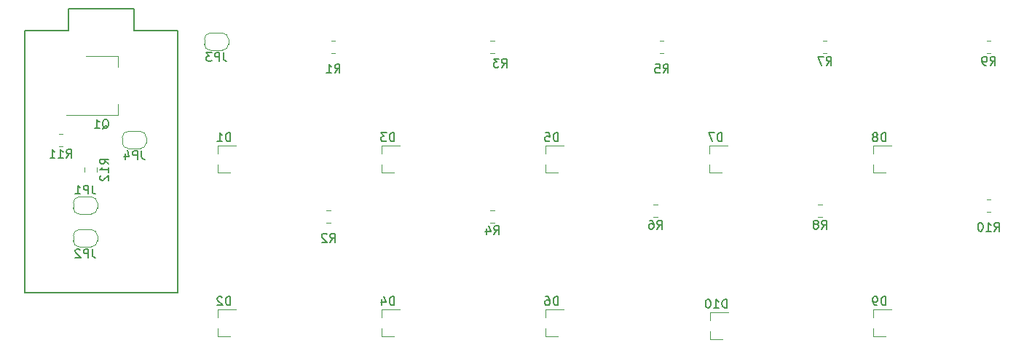
<source format=gbo>
G04 #@! TF.GenerationSoftware,KiCad,Pcbnew,(5.1.10)-1*
G04 #@! TF.CreationDate,2022-01-19T18:15:33-07:00*
G04 #@! TF.ProjectId,keypad,6b657970-6164-42e6-9b69-6361645f7063,rev?*
G04 #@! TF.SameCoordinates,Original*
G04 #@! TF.FileFunction,Legend,Bot*
G04 #@! TF.FilePolarity,Positive*
%FSLAX46Y46*%
G04 Gerber Fmt 4.6, Leading zero omitted, Abs format (unit mm)*
G04 Created by KiCad (PCBNEW (5.1.10)-1) date 2022-01-19 18:15:33*
%MOMM*%
%LPD*%
G01*
G04 APERTURE LIST*
%ADD10C,0.120000*%
%ADD11C,0.150000*%
%ADD12C,1.750000*%
%ADD13R,1.905000X1.905000*%
%ADD14C,1.905000*%
%ADD15C,2.250000*%
%ADD16C,3.987800*%
%ADD17R,0.900000X0.800000*%
%ADD18C,3.200000*%
%ADD19C,1.600000*%
%ADD20R,1.600000X1.600000*%
%ADD21R,2.000000X1.500000*%
%ADD22R,2.000000X3.800000*%
%ADD23C,0.100000*%
G04 APERTURE END LIST*
D10*
X168515000Y-118420000D02*
X168515000Y-117490000D01*
X168515000Y-115260000D02*
X168515000Y-116190000D01*
X168515000Y-115260000D02*
X170675000Y-115260000D01*
X168515000Y-118420000D02*
X169975000Y-118420000D01*
D11*
X106680000Y-82550000D02*
X106680000Y-113030000D01*
X101600000Y-82550000D02*
X106680000Y-82550000D01*
X101600000Y-80010000D02*
X101600000Y-82550000D01*
X93980000Y-80010000D02*
X101600000Y-80010000D01*
X93980000Y-82550000D02*
X93980000Y-80010000D01*
X88900000Y-82550000D02*
X93980000Y-82550000D01*
X88900000Y-113030000D02*
X88900000Y-82550000D01*
X106680000Y-113030000D02*
X88900000Y-113030000D01*
D10*
X95785000Y-98929564D02*
X95785000Y-98475436D01*
X97255000Y-98929564D02*
X97255000Y-98475436D01*
X92840436Y-94515000D02*
X93294564Y-94515000D01*
X92840436Y-95985000D02*
X93294564Y-95985000D01*
X200710436Y-102135000D02*
X201164564Y-102135000D01*
X200710436Y-103605000D02*
X201164564Y-103605000D01*
X200710436Y-83720000D02*
X201164564Y-83720000D01*
X200710436Y-85190000D02*
X201164564Y-85190000D01*
X181105436Y-102770000D02*
X181559564Y-102770000D01*
X181105436Y-104240000D02*
X181559564Y-104240000D01*
X181660436Y-83720000D02*
X182114564Y-83720000D01*
X181660436Y-85190000D02*
X182114564Y-85190000D01*
X161975436Y-102770000D02*
X162429564Y-102770000D01*
X161975436Y-104240000D02*
X162429564Y-104240000D01*
X162690436Y-83720000D02*
X163144564Y-83720000D01*
X162690436Y-85190000D02*
X163144564Y-85190000D01*
X143005436Y-103405000D02*
X143459564Y-103405000D01*
X143005436Y-104875000D02*
X143459564Y-104875000D01*
X143005436Y-83720000D02*
X143459564Y-83720000D01*
X143005436Y-85190000D02*
X143459564Y-85190000D01*
X123955436Y-103405000D02*
X124409564Y-103405000D01*
X123955436Y-104875000D02*
X124409564Y-104875000D01*
X124510436Y-83720000D02*
X124964564Y-83720000D01*
X124510436Y-85190000D02*
X124964564Y-85190000D01*
X93690000Y-92310000D02*
X99700000Y-92310000D01*
X95940000Y-85490000D02*
X99700000Y-85490000D01*
X99700000Y-92310000D02*
X99700000Y-91050000D01*
X99700000Y-85490000D02*
X99700000Y-86750000D01*
X100900000Y-96250000D02*
X102300000Y-96250000D01*
X103000000Y-95550000D02*
X103000000Y-94950000D01*
X102300000Y-94250000D02*
X100900000Y-94250000D01*
X100200000Y-94950000D02*
X100200000Y-95550000D01*
X100200000Y-95550000D02*
G75*
G03*
X100900000Y-96250000I700000J0D01*
G01*
X100900000Y-94250000D02*
G75*
G03*
X100200000Y-94950000I0J-700000D01*
G01*
X103000000Y-94950000D02*
G75*
G03*
X102300000Y-94250000I-700000J0D01*
G01*
X102300000Y-96250000D02*
G75*
G03*
X103000000Y-95550000I0J700000D01*
G01*
X110440000Y-84820000D02*
X111840000Y-84820000D01*
X112540000Y-84120000D02*
X112540000Y-83520000D01*
X111840000Y-82820000D02*
X110440000Y-82820000D01*
X109740000Y-83520000D02*
X109740000Y-84120000D01*
X109740000Y-84120000D02*
G75*
G03*
X110440000Y-84820000I700000J0D01*
G01*
X110440000Y-82820000D02*
G75*
G03*
X109740000Y-83520000I0J-700000D01*
G01*
X112540000Y-83520000D02*
G75*
G03*
X111840000Y-82820000I-700000J0D01*
G01*
X111840000Y-84820000D02*
G75*
G03*
X112540000Y-84120000I0J700000D01*
G01*
X95200000Y-107680000D02*
X96600000Y-107680000D01*
X97300000Y-106980000D02*
X97300000Y-106380000D01*
X96600000Y-105680000D02*
X95200000Y-105680000D01*
X94500000Y-106380000D02*
X94500000Y-106980000D01*
X94500000Y-106980000D02*
G75*
G03*
X95200000Y-107680000I700000J0D01*
G01*
X95200000Y-105680000D02*
G75*
G03*
X94500000Y-106380000I0J-700000D01*
G01*
X97300000Y-106380000D02*
G75*
G03*
X96600000Y-105680000I-700000J0D01*
G01*
X96600000Y-107680000D02*
G75*
G03*
X97300000Y-106980000I0J700000D01*
G01*
X96600000Y-101870000D02*
X95200000Y-101870000D01*
X94500000Y-102570000D02*
X94500000Y-103170000D01*
X95200000Y-103870000D02*
X96600000Y-103870000D01*
X97300000Y-103170000D02*
X97300000Y-102570000D01*
X97300000Y-102570000D02*
G75*
G03*
X96600000Y-101870000I-700000J0D01*
G01*
X96600000Y-103870000D02*
G75*
G03*
X97300000Y-103170000I0J700000D01*
G01*
X94500000Y-103170000D02*
G75*
G03*
X95200000Y-103870000I700000J0D01*
G01*
X95200000Y-101870000D02*
G75*
G03*
X94500000Y-102570000I0J-700000D01*
G01*
X187470000Y-118100000D02*
X188930000Y-118100000D01*
X187470000Y-114940000D02*
X189630000Y-114940000D01*
X187470000Y-114940000D02*
X187470000Y-115870000D01*
X187470000Y-118100000D02*
X187470000Y-117170000D01*
X187470000Y-99050000D02*
X188930000Y-99050000D01*
X187470000Y-95890000D02*
X189630000Y-95890000D01*
X187470000Y-95890000D02*
X187470000Y-96820000D01*
X187470000Y-99050000D02*
X187470000Y-98120000D01*
X168420000Y-99050000D02*
X169880000Y-99050000D01*
X168420000Y-95890000D02*
X170580000Y-95890000D01*
X168420000Y-95890000D02*
X168420000Y-96820000D01*
X168420000Y-99050000D02*
X168420000Y-98120000D01*
X149370000Y-118100000D02*
X150830000Y-118100000D01*
X149370000Y-114940000D02*
X151530000Y-114940000D01*
X149370000Y-114940000D02*
X149370000Y-115870000D01*
X149370000Y-118100000D02*
X149370000Y-117170000D01*
X149370000Y-99050000D02*
X150830000Y-99050000D01*
X149370000Y-95890000D02*
X151530000Y-95890000D01*
X149370000Y-95890000D02*
X149370000Y-96820000D01*
X149370000Y-99050000D02*
X149370000Y-98120000D01*
X130320000Y-118100000D02*
X131780000Y-118100000D01*
X130320000Y-114940000D02*
X132480000Y-114940000D01*
X130320000Y-114940000D02*
X130320000Y-115870000D01*
X130320000Y-118100000D02*
X130320000Y-117170000D01*
X130320000Y-99050000D02*
X131780000Y-99050000D01*
X130320000Y-95890000D02*
X132480000Y-95890000D01*
X130320000Y-95890000D02*
X130320000Y-96820000D01*
X130320000Y-99050000D02*
X130320000Y-98120000D01*
X111270000Y-118100000D02*
X112730000Y-118100000D01*
X111270000Y-114940000D02*
X113430000Y-114940000D01*
X111270000Y-114940000D02*
X111270000Y-115870000D01*
X111270000Y-118100000D02*
X111270000Y-117170000D01*
X111270000Y-99050000D02*
X112730000Y-99050000D01*
X111270000Y-95890000D02*
X113430000Y-95890000D01*
X111270000Y-95890000D02*
X111270000Y-96820000D01*
X111270000Y-99050000D02*
X111270000Y-98120000D01*
D11*
X170489285Y-114792380D02*
X170489285Y-113792380D01*
X170251190Y-113792380D01*
X170108333Y-113840000D01*
X170013095Y-113935238D01*
X169965476Y-114030476D01*
X169917857Y-114220952D01*
X169917857Y-114363809D01*
X169965476Y-114554285D01*
X170013095Y-114649523D01*
X170108333Y-114744761D01*
X170251190Y-114792380D01*
X170489285Y-114792380D01*
X168965476Y-114792380D02*
X169536904Y-114792380D01*
X169251190Y-114792380D02*
X169251190Y-113792380D01*
X169346428Y-113935238D01*
X169441666Y-114030476D01*
X169536904Y-114078095D01*
X168346428Y-113792380D02*
X168251190Y-113792380D01*
X168155952Y-113840000D01*
X168108333Y-113887619D01*
X168060714Y-113982857D01*
X168013095Y-114173333D01*
X168013095Y-114411428D01*
X168060714Y-114601904D01*
X168108333Y-114697142D01*
X168155952Y-114744761D01*
X168251190Y-114792380D01*
X168346428Y-114792380D01*
X168441666Y-114744761D01*
X168489285Y-114697142D01*
X168536904Y-114601904D01*
X168584523Y-114411428D01*
X168584523Y-114173333D01*
X168536904Y-113982857D01*
X168489285Y-113887619D01*
X168441666Y-113840000D01*
X168346428Y-113792380D01*
X98622380Y-98059642D02*
X98146190Y-97726309D01*
X98622380Y-97488214D02*
X97622380Y-97488214D01*
X97622380Y-97869166D01*
X97670000Y-97964404D01*
X97717619Y-98012023D01*
X97812857Y-98059642D01*
X97955714Y-98059642D01*
X98050952Y-98012023D01*
X98098571Y-97964404D01*
X98146190Y-97869166D01*
X98146190Y-97488214D01*
X98622380Y-99012023D02*
X98622380Y-98440595D01*
X98622380Y-98726309D02*
X97622380Y-98726309D01*
X97765238Y-98631071D01*
X97860476Y-98535833D01*
X97908095Y-98440595D01*
X97717619Y-99392976D02*
X97670000Y-99440595D01*
X97622380Y-99535833D01*
X97622380Y-99773928D01*
X97670000Y-99869166D01*
X97717619Y-99916785D01*
X97812857Y-99964404D01*
X97908095Y-99964404D01*
X98050952Y-99916785D01*
X98622380Y-99345357D01*
X98622380Y-99964404D01*
X93710357Y-97352380D02*
X94043690Y-96876190D01*
X94281785Y-97352380D02*
X94281785Y-96352380D01*
X93900833Y-96352380D01*
X93805595Y-96400000D01*
X93757976Y-96447619D01*
X93710357Y-96542857D01*
X93710357Y-96685714D01*
X93757976Y-96780952D01*
X93805595Y-96828571D01*
X93900833Y-96876190D01*
X94281785Y-96876190D01*
X92757976Y-97352380D02*
X93329404Y-97352380D01*
X93043690Y-97352380D02*
X93043690Y-96352380D01*
X93138928Y-96495238D01*
X93234166Y-96590476D01*
X93329404Y-96638095D01*
X91805595Y-97352380D02*
X92377023Y-97352380D01*
X92091309Y-97352380D02*
X92091309Y-96352380D01*
X92186547Y-96495238D01*
X92281785Y-96590476D01*
X92377023Y-96638095D01*
X201580357Y-105862380D02*
X201913690Y-105386190D01*
X202151785Y-105862380D02*
X202151785Y-104862380D01*
X201770833Y-104862380D01*
X201675595Y-104910000D01*
X201627976Y-104957619D01*
X201580357Y-105052857D01*
X201580357Y-105195714D01*
X201627976Y-105290952D01*
X201675595Y-105338571D01*
X201770833Y-105386190D01*
X202151785Y-105386190D01*
X200627976Y-105862380D02*
X201199404Y-105862380D01*
X200913690Y-105862380D02*
X200913690Y-104862380D01*
X201008928Y-105005238D01*
X201104166Y-105100476D01*
X201199404Y-105148095D01*
X200008928Y-104862380D02*
X199913690Y-104862380D01*
X199818452Y-104910000D01*
X199770833Y-104957619D01*
X199723214Y-105052857D01*
X199675595Y-105243333D01*
X199675595Y-105481428D01*
X199723214Y-105671904D01*
X199770833Y-105767142D01*
X199818452Y-105814761D01*
X199913690Y-105862380D01*
X200008928Y-105862380D01*
X200104166Y-105814761D01*
X200151785Y-105767142D01*
X200199404Y-105671904D01*
X200247023Y-105481428D01*
X200247023Y-105243333D01*
X200199404Y-105052857D01*
X200151785Y-104957619D01*
X200104166Y-104910000D01*
X200008928Y-104862380D01*
X201104166Y-86557380D02*
X201437500Y-86081190D01*
X201675595Y-86557380D02*
X201675595Y-85557380D01*
X201294642Y-85557380D01*
X201199404Y-85605000D01*
X201151785Y-85652619D01*
X201104166Y-85747857D01*
X201104166Y-85890714D01*
X201151785Y-85985952D01*
X201199404Y-86033571D01*
X201294642Y-86081190D01*
X201675595Y-86081190D01*
X200627976Y-86557380D02*
X200437500Y-86557380D01*
X200342261Y-86509761D01*
X200294642Y-86462142D01*
X200199404Y-86319285D01*
X200151785Y-86128809D01*
X200151785Y-85747857D01*
X200199404Y-85652619D01*
X200247023Y-85605000D01*
X200342261Y-85557380D01*
X200532738Y-85557380D01*
X200627976Y-85605000D01*
X200675595Y-85652619D01*
X200723214Y-85747857D01*
X200723214Y-85985952D01*
X200675595Y-86081190D01*
X200627976Y-86128809D01*
X200532738Y-86176428D01*
X200342261Y-86176428D01*
X200247023Y-86128809D01*
X200199404Y-86081190D01*
X200151785Y-85985952D01*
X181499166Y-105607380D02*
X181832500Y-105131190D01*
X182070595Y-105607380D02*
X182070595Y-104607380D01*
X181689642Y-104607380D01*
X181594404Y-104655000D01*
X181546785Y-104702619D01*
X181499166Y-104797857D01*
X181499166Y-104940714D01*
X181546785Y-105035952D01*
X181594404Y-105083571D01*
X181689642Y-105131190D01*
X182070595Y-105131190D01*
X180927738Y-105035952D02*
X181022976Y-104988333D01*
X181070595Y-104940714D01*
X181118214Y-104845476D01*
X181118214Y-104797857D01*
X181070595Y-104702619D01*
X181022976Y-104655000D01*
X180927738Y-104607380D01*
X180737261Y-104607380D01*
X180642023Y-104655000D01*
X180594404Y-104702619D01*
X180546785Y-104797857D01*
X180546785Y-104845476D01*
X180594404Y-104940714D01*
X180642023Y-104988333D01*
X180737261Y-105035952D01*
X180927738Y-105035952D01*
X181022976Y-105083571D01*
X181070595Y-105131190D01*
X181118214Y-105226428D01*
X181118214Y-105416904D01*
X181070595Y-105512142D01*
X181022976Y-105559761D01*
X180927738Y-105607380D01*
X180737261Y-105607380D01*
X180642023Y-105559761D01*
X180594404Y-105512142D01*
X180546785Y-105416904D01*
X180546785Y-105226428D01*
X180594404Y-105131190D01*
X180642023Y-105083571D01*
X180737261Y-105035952D01*
X182054166Y-86557380D02*
X182387500Y-86081190D01*
X182625595Y-86557380D02*
X182625595Y-85557380D01*
X182244642Y-85557380D01*
X182149404Y-85605000D01*
X182101785Y-85652619D01*
X182054166Y-85747857D01*
X182054166Y-85890714D01*
X182101785Y-85985952D01*
X182149404Y-86033571D01*
X182244642Y-86081190D01*
X182625595Y-86081190D01*
X181720833Y-85557380D02*
X181054166Y-85557380D01*
X181482738Y-86557380D01*
X162369166Y-105607380D02*
X162702500Y-105131190D01*
X162940595Y-105607380D02*
X162940595Y-104607380D01*
X162559642Y-104607380D01*
X162464404Y-104655000D01*
X162416785Y-104702619D01*
X162369166Y-104797857D01*
X162369166Y-104940714D01*
X162416785Y-105035952D01*
X162464404Y-105083571D01*
X162559642Y-105131190D01*
X162940595Y-105131190D01*
X161512023Y-104607380D02*
X161702500Y-104607380D01*
X161797738Y-104655000D01*
X161845357Y-104702619D01*
X161940595Y-104845476D01*
X161988214Y-105035952D01*
X161988214Y-105416904D01*
X161940595Y-105512142D01*
X161892976Y-105559761D01*
X161797738Y-105607380D01*
X161607261Y-105607380D01*
X161512023Y-105559761D01*
X161464404Y-105512142D01*
X161416785Y-105416904D01*
X161416785Y-105178809D01*
X161464404Y-105083571D01*
X161512023Y-105035952D01*
X161607261Y-104988333D01*
X161797738Y-104988333D01*
X161892976Y-105035952D01*
X161940595Y-105083571D01*
X161988214Y-105178809D01*
X163084166Y-87447380D02*
X163417500Y-86971190D01*
X163655595Y-87447380D02*
X163655595Y-86447380D01*
X163274642Y-86447380D01*
X163179404Y-86495000D01*
X163131785Y-86542619D01*
X163084166Y-86637857D01*
X163084166Y-86780714D01*
X163131785Y-86875952D01*
X163179404Y-86923571D01*
X163274642Y-86971190D01*
X163655595Y-86971190D01*
X162179404Y-86447380D02*
X162655595Y-86447380D01*
X162703214Y-86923571D01*
X162655595Y-86875952D01*
X162560357Y-86828333D01*
X162322261Y-86828333D01*
X162227023Y-86875952D01*
X162179404Y-86923571D01*
X162131785Y-87018809D01*
X162131785Y-87256904D01*
X162179404Y-87352142D01*
X162227023Y-87399761D01*
X162322261Y-87447380D01*
X162560357Y-87447380D01*
X162655595Y-87399761D01*
X162703214Y-87352142D01*
X143399166Y-106242380D02*
X143732500Y-105766190D01*
X143970595Y-106242380D02*
X143970595Y-105242380D01*
X143589642Y-105242380D01*
X143494404Y-105290000D01*
X143446785Y-105337619D01*
X143399166Y-105432857D01*
X143399166Y-105575714D01*
X143446785Y-105670952D01*
X143494404Y-105718571D01*
X143589642Y-105766190D01*
X143970595Y-105766190D01*
X142542023Y-105575714D02*
X142542023Y-106242380D01*
X142780119Y-105194761D02*
X143018214Y-105909047D01*
X142399166Y-105909047D01*
X144311666Y-86812380D02*
X144645000Y-86336190D01*
X144883095Y-86812380D02*
X144883095Y-85812380D01*
X144502142Y-85812380D01*
X144406904Y-85860000D01*
X144359285Y-85907619D01*
X144311666Y-86002857D01*
X144311666Y-86145714D01*
X144359285Y-86240952D01*
X144406904Y-86288571D01*
X144502142Y-86336190D01*
X144883095Y-86336190D01*
X143978333Y-85812380D02*
X143359285Y-85812380D01*
X143692619Y-86193333D01*
X143549761Y-86193333D01*
X143454523Y-86240952D01*
X143406904Y-86288571D01*
X143359285Y-86383809D01*
X143359285Y-86621904D01*
X143406904Y-86717142D01*
X143454523Y-86764761D01*
X143549761Y-86812380D01*
X143835476Y-86812380D01*
X143930714Y-86764761D01*
X143978333Y-86717142D01*
X124349166Y-107132380D02*
X124682500Y-106656190D01*
X124920595Y-107132380D02*
X124920595Y-106132380D01*
X124539642Y-106132380D01*
X124444404Y-106180000D01*
X124396785Y-106227619D01*
X124349166Y-106322857D01*
X124349166Y-106465714D01*
X124396785Y-106560952D01*
X124444404Y-106608571D01*
X124539642Y-106656190D01*
X124920595Y-106656190D01*
X123968214Y-106227619D02*
X123920595Y-106180000D01*
X123825357Y-106132380D01*
X123587261Y-106132380D01*
X123492023Y-106180000D01*
X123444404Y-106227619D01*
X123396785Y-106322857D01*
X123396785Y-106418095D01*
X123444404Y-106560952D01*
X124015833Y-107132380D01*
X123396785Y-107132380D01*
X124904166Y-87447380D02*
X125237500Y-86971190D01*
X125475595Y-87447380D02*
X125475595Y-86447380D01*
X125094642Y-86447380D01*
X124999404Y-86495000D01*
X124951785Y-86542619D01*
X124904166Y-86637857D01*
X124904166Y-86780714D01*
X124951785Y-86875952D01*
X124999404Y-86923571D01*
X125094642Y-86971190D01*
X125475595Y-86971190D01*
X123951785Y-87447380D02*
X124523214Y-87447380D01*
X124237500Y-87447380D02*
X124237500Y-86447380D01*
X124332738Y-86590238D01*
X124427976Y-86685476D01*
X124523214Y-86733095D01*
X97885238Y-93947619D02*
X97980476Y-93900000D01*
X98075714Y-93804761D01*
X98218571Y-93661904D01*
X98313809Y-93614285D01*
X98409047Y-93614285D01*
X98361428Y-93852380D02*
X98456666Y-93804761D01*
X98551904Y-93709523D01*
X98599523Y-93519047D01*
X98599523Y-93185714D01*
X98551904Y-92995238D01*
X98456666Y-92900000D01*
X98361428Y-92852380D01*
X98170952Y-92852380D01*
X98075714Y-92900000D01*
X97980476Y-92995238D01*
X97932857Y-93185714D01*
X97932857Y-93519047D01*
X97980476Y-93709523D01*
X98075714Y-93804761D01*
X98170952Y-93852380D01*
X98361428Y-93852380D01*
X96980476Y-93852380D02*
X97551904Y-93852380D01*
X97266190Y-93852380D02*
X97266190Y-92852380D01*
X97361428Y-92995238D01*
X97456666Y-93090476D01*
X97551904Y-93138095D01*
X102433333Y-96502380D02*
X102433333Y-97216666D01*
X102480952Y-97359523D01*
X102576190Y-97454761D01*
X102719047Y-97502380D01*
X102814285Y-97502380D01*
X101957142Y-97502380D02*
X101957142Y-96502380D01*
X101576190Y-96502380D01*
X101480952Y-96550000D01*
X101433333Y-96597619D01*
X101385714Y-96692857D01*
X101385714Y-96835714D01*
X101433333Y-96930952D01*
X101480952Y-96978571D01*
X101576190Y-97026190D01*
X101957142Y-97026190D01*
X100528571Y-96835714D02*
X100528571Y-97502380D01*
X100766666Y-96454761D02*
X101004761Y-97169047D01*
X100385714Y-97169047D01*
X111973333Y-85072380D02*
X111973333Y-85786666D01*
X112020952Y-85929523D01*
X112116190Y-86024761D01*
X112259047Y-86072380D01*
X112354285Y-86072380D01*
X111497142Y-86072380D02*
X111497142Y-85072380D01*
X111116190Y-85072380D01*
X111020952Y-85120000D01*
X110973333Y-85167619D01*
X110925714Y-85262857D01*
X110925714Y-85405714D01*
X110973333Y-85500952D01*
X111020952Y-85548571D01*
X111116190Y-85596190D01*
X111497142Y-85596190D01*
X110592380Y-85072380D02*
X109973333Y-85072380D01*
X110306666Y-85453333D01*
X110163809Y-85453333D01*
X110068571Y-85500952D01*
X110020952Y-85548571D01*
X109973333Y-85643809D01*
X109973333Y-85881904D01*
X110020952Y-85977142D01*
X110068571Y-86024761D01*
X110163809Y-86072380D01*
X110449523Y-86072380D01*
X110544761Y-86024761D01*
X110592380Y-85977142D01*
X96733333Y-107932380D02*
X96733333Y-108646666D01*
X96780952Y-108789523D01*
X96876190Y-108884761D01*
X97019047Y-108932380D01*
X97114285Y-108932380D01*
X96257142Y-108932380D02*
X96257142Y-107932380D01*
X95876190Y-107932380D01*
X95780952Y-107980000D01*
X95733333Y-108027619D01*
X95685714Y-108122857D01*
X95685714Y-108265714D01*
X95733333Y-108360952D01*
X95780952Y-108408571D01*
X95876190Y-108456190D01*
X96257142Y-108456190D01*
X95304761Y-108027619D02*
X95257142Y-107980000D01*
X95161904Y-107932380D01*
X94923809Y-107932380D01*
X94828571Y-107980000D01*
X94780952Y-108027619D01*
X94733333Y-108122857D01*
X94733333Y-108218095D01*
X94780952Y-108360952D01*
X95352380Y-108932380D01*
X94733333Y-108932380D01*
X96733333Y-100522380D02*
X96733333Y-101236666D01*
X96780952Y-101379523D01*
X96876190Y-101474761D01*
X97019047Y-101522380D01*
X97114285Y-101522380D01*
X96257142Y-101522380D02*
X96257142Y-100522380D01*
X95876190Y-100522380D01*
X95780952Y-100570000D01*
X95733333Y-100617619D01*
X95685714Y-100712857D01*
X95685714Y-100855714D01*
X95733333Y-100950952D01*
X95780952Y-100998571D01*
X95876190Y-101046190D01*
X96257142Y-101046190D01*
X94733333Y-101522380D02*
X95304761Y-101522380D01*
X95019047Y-101522380D02*
X95019047Y-100522380D01*
X95114285Y-100665238D01*
X95209523Y-100760476D01*
X95304761Y-100808095D01*
X188968095Y-114472380D02*
X188968095Y-113472380D01*
X188730000Y-113472380D01*
X188587142Y-113520000D01*
X188491904Y-113615238D01*
X188444285Y-113710476D01*
X188396666Y-113900952D01*
X188396666Y-114043809D01*
X188444285Y-114234285D01*
X188491904Y-114329523D01*
X188587142Y-114424761D01*
X188730000Y-114472380D01*
X188968095Y-114472380D01*
X187920476Y-114472380D02*
X187730000Y-114472380D01*
X187634761Y-114424761D01*
X187587142Y-114377142D01*
X187491904Y-114234285D01*
X187444285Y-114043809D01*
X187444285Y-113662857D01*
X187491904Y-113567619D01*
X187539523Y-113520000D01*
X187634761Y-113472380D01*
X187825238Y-113472380D01*
X187920476Y-113520000D01*
X187968095Y-113567619D01*
X188015714Y-113662857D01*
X188015714Y-113900952D01*
X187968095Y-113996190D01*
X187920476Y-114043809D01*
X187825238Y-114091428D01*
X187634761Y-114091428D01*
X187539523Y-114043809D01*
X187491904Y-113996190D01*
X187444285Y-113900952D01*
X188968095Y-95422380D02*
X188968095Y-94422380D01*
X188730000Y-94422380D01*
X188587142Y-94470000D01*
X188491904Y-94565238D01*
X188444285Y-94660476D01*
X188396666Y-94850952D01*
X188396666Y-94993809D01*
X188444285Y-95184285D01*
X188491904Y-95279523D01*
X188587142Y-95374761D01*
X188730000Y-95422380D01*
X188968095Y-95422380D01*
X187825238Y-94850952D02*
X187920476Y-94803333D01*
X187968095Y-94755714D01*
X188015714Y-94660476D01*
X188015714Y-94612857D01*
X187968095Y-94517619D01*
X187920476Y-94470000D01*
X187825238Y-94422380D01*
X187634761Y-94422380D01*
X187539523Y-94470000D01*
X187491904Y-94517619D01*
X187444285Y-94612857D01*
X187444285Y-94660476D01*
X187491904Y-94755714D01*
X187539523Y-94803333D01*
X187634761Y-94850952D01*
X187825238Y-94850952D01*
X187920476Y-94898571D01*
X187968095Y-94946190D01*
X188015714Y-95041428D01*
X188015714Y-95231904D01*
X187968095Y-95327142D01*
X187920476Y-95374761D01*
X187825238Y-95422380D01*
X187634761Y-95422380D01*
X187539523Y-95374761D01*
X187491904Y-95327142D01*
X187444285Y-95231904D01*
X187444285Y-95041428D01*
X187491904Y-94946190D01*
X187539523Y-94898571D01*
X187634761Y-94850952D01*
X169918095Y-95422380D02*
X169918095Y-94422380D01*
X169680000Y-94422380D01*
X169537142Y-94470000D01*
X169441904Y-94565238D01*
X169394285Y-94660476D01*
X169346666Y-94850952D01*
X169346666Y-94993809D01*
X169394285Y-95184285D01*
X169441904Y-95279523D01*
X169537142Y-95374761D01*
X169680000Y-95422380D01*
X169918095Y-95422380D01*
X169013333Y-94422380D02*
X168346666Y-94422380D01*
X168775238Y-95422380D01*
X150868095Y-114472380D02*
X150868095Y-113472380D01*
X150630000Y-113472380D01*
X150487142Y-113520000D01*
X150391904Y-113615238D01*
X150344285Y-113710476D01*
X150296666Y-113900952D01*
X150296666Y-114043809D01*
X150344285Y-114234285D01*
X150391904Y-114329523D01*
X150487142Y-114424761D01*
X150630000Y-114472380D01*
X150868095Y-114472380D01*
X149439523Y-113472380D02*
X149630000Y-113472380D01*
X149725238Y-113520000D01*
X149772857Y-113567619D01*
X149868095Y-113710476D01*
X149915714Y-113900952D01*
X149915714Y-114281904D01*
X149868095Y-114377142D01*
X149820476Y-114424761D01*
X149725238Y-114472380D01*
X149534761Y-114472380D01*
X149439523Y-114424761D01*
X149391904Y-114377142D01*
X149344285Y-114281904D01*
X149344285Y-114043809D01*
X149391904Y-113948571D01*
X149439523Y-113900952D01*
X149534761Y-113853333D01*
X149725238Y-113853333D01*
X149820476Y-113900952D01*
X149868095Y-113948571D01*
X149915714Y-114043809D01*
X150868095Y-95422380D02*
X150868095Y-94422380D01*
X150630000Y-94422380D01*
X150487142Y-94470000D01*
X150391904Y-94565238D01*
X150344285Y-94660476D01*
X150296666Y-94850952D01*
X150296666Y-94993809D01*
X150344285Y-95184285D01*
X150391904Y-95279523D01*
X150487142Y-95374761D01*
X150630000Y-95422380D01*
X150868095Y-95422380D01*
X149391904Y-94422380D02*
X149868095Y-94422380D01*
X149915714Y-94898571D01*
X149868095Y-94850952D01*
X149772857Y-94803333D01*
X149534761Y-94803333D01*
X149439523Y-94850952D01*
X149391904Y-94898571D01*
X149344285Y-94993809D01*
X149344285Y-95231904D01*
X149391904Y-95327142D01*
X149439523Y-95374761D01*
X149534761Y-95422380D01*
X149772857Y-95422380D01*
X149868095Y-95374761D01*
X149915714Y-95327142D01*
X131818095Y-114472380D02*
X131818095Y-113472380D01*
X131580000Y-113472380D01*
X131437142Y-113520000D01*
X131341904Y-113615238D01*
X131294285Y-113710476D01*
X131246666Y-113900952D01*
X131246666Y-114043809D01*
X131294285Y-114234285D01*
X131341904Y-114329523D01*
X131437142Y-114424761D01*
X131580000Y-114472380D01*
X131818095Y-114472380D01*
X130389523Y-113805714D02*
X130389523Y-114472380D01*
X130627619Y-113424761D02*
X130865714Y-114139047D01*
X130246666Y-114139047D01*
X131818095Y-95422380D02*
X131818095Y-94422380D01*
X131580000Y-94422380D01*
X131437142Y-94470000D01*
X131341904Y-94565238D01*
X131294285Y-94660476D01*
X131246666Y-94850952D01*
X131246666Y-94993809D01*
X131294285Y-95184285D01*
X131341904Y-95279523D01*
X131437142Y-95374761D01*
X131580000Y-95422380D01*
X131818095Y-95422380D01*
X130913333Y-94422380D02*
X130294285Y-94422380D01*
X130627619Y-94803333D01*
X130484761Y-94803333D01*
X130389523Y-94850952D01*
X130341904Y-94898571D01*
X130294285Y-94993809D01*
X130294285Y-95231904D01*
X130341904Y-95327142D01*
X130389523Y-95374761D01*
X130484761Y-95422380D01*
X130770476Y-95422380D01*
X130865714Y-95374761D01*
X130913333Y-95327142D01*
X112768095Y-114472380D02*
X112768095Y-113472380D01*
X112530000Y-113472380D01*
X112387142Y-113520000D01*
X112291904Y-113615238D01*
X112244285Y-113710476D01*
X112196666Y-113900952D01*
X112196666Y-114043809D01*
X112244285Y-114234285D01*
X112291904Y-114329523D01*
X112387142Y-114424761D01*
X112530000Y-114472380D01*
X112768095Y-114472380D01*
X111815714Y-113567619D02*
X111768095Y-113520000D01*
X111672857Y-113472380D01*
X111434761Y-113472380D01*
X111339523Y-113520000D01*
X111291904Y-113567619D01*
X111244285Y-113662857D01*
X111244285Y-113758095D01*
X111291904Y-113900952D01*
X111863333Y-114472380D01*
X111244285Y-114472380D01*
X112768095Y-95422380D02*
X112768095Y-94422380D01*
X112530000Y-94422380D01*
X112387142Y-94470000D01*
X112291904Y-94565238D01*
X112244285Y-94660476D01*
X112196666Y-94850952D01*
X112196666Y-94993809D01*
X112244285Y-95184285D01*
X112291904Y-95279523D01*
X112387142Y-95374761D01*
X112530000Y-95422380D01*
X112768095Y-95422380D01*
X111244285Y-95422380D02*
X111815714Y-95422380D01*
X111530000Y-95422380D02*
X111530000Y-94422380D01*
X111625238Y-94565238D01*
X111720476Y-94660476D01*
X111815714Y-94708095D01*
%LPC*%
D12*
X132715000Y-91440000D03*
X142875000Y-91440000D03*
D13*
X136525000Y-86360000D03*
D14*
X139065000Y-86360000D03*
D15*
X141605000Y-93980000D03*
D16*
X137795000Y-91440000D03*
D15*
X135255000Y-96520000D03*
D17*
X168275000Y-116840000D03*
X170275000Y-117790000D03*
X170275000Y-115890000D03*
D18*
X209550000Y-115570000D03*
X209545001Y-86025001D03*
X83820000Y-116840000D03*
X83820000Y-86360000D03*
D19*
X105410000Y-83820000D03*
X105410000Y-86360000D03*
X105410000Y-88900000D03*
X105410000Y-91440000D03*
X105410000Y-93980000D03*
X105410000Y-96520000D03*
X105410000Y-99060000D03*
X105410000Y-101600000D03*
X105410000Y-104140000D03*
X105410000Y-106680000D03*
X105410000Y-109220000D03*
X105410000Y-111760000D03*
X90170000Y-111760000D03*
X90170000Y-109220000D03*
X90170000Y-106680000D03*
X90170000Y-104140000D03*
X90170000Y-101600000D03*
X90170000Y-99060000D03*
X90170000Y-96520000D03*
X90170000Y-93980000D03*
X90170000Y-91440000D03*
X90170000Y-88900000D03*
X90170000Y-86360000D03*
D20*
X90170000Y-83820000D03*
G36*
G01*
X96970001Y-98302500D02*
X96069999Y-98302500D01*
G75*
G02*
X95820000Y-98052501I0J249999D01*
G01*
X95820000Y-97527499D01*
G75*
G02*
X96069999Y-97277500I249999J0D01*
G01*
X96970001Y-97277500D01*
G75*
G02*
X97220000Y-97527499I0J-249999D01*
G01*
X97220000Y-98052501D01*
G75*
G02*
X96970001Y-98302500I-249999J0D01*
G01*
G37*
G36*
G01*
X96970001Y-100127500D02*
X96069999Y-100127500D01*
G75*
G02*
X95820000Y-99877501I0J249999D01*
G01*
X95820000Y-99352499D01*
G75*
G02*
X96069999Y-99102500I249999J0D01*
G01*
X96970001Y-99102500D01*
G75*
G02*
X97220000Y-99352499I0J-249999D01*
G01*
X97220000Y-99877501D01*
G75*
G02*
X96970001Y-100127500I-249999J0D01*
G01*
G37*
G36*
G01*
X93467500Y-95700001D02*
X93467500Y-94799999D01*
G75*
G02*
X93717499Y-94550000I249999J0D01*
G01*
X94242501Y-94550000D01*
G75*
G02*
X94492500Y-94799999I0J-249999D01*
G01*
X94492500Y-95700001D01*
G75*
G02*
X94242501Y-95950000I-249999J0D01*
G01*
X93717499Y-95950000D01*
G75*
G02*
X93467500Y-95700001I0J249999D01*
G01*
G37*
G36*
G01*
X91642500Y-95700001D02*
X91642500Y-94799999D01*
G75*
G02*
X91892499Y-94550000I249999J0D01*
G01*
X92417501Y-94550000D01*
G75*
G02*
X92667500Y-94799999I0J-249999D01*
G01*
X92667500Y-95700001D01*
G75*
G02*
X92417501Y-95950000I-249999J0D01*
G01*
X91892499Y-95950000D01*
G75*
G02*
X91642500Y-95700001I0J249999D01*
G01*
G37*
G36*
G01*
X201337500Y-103320001D02*
X201337500Y-102419999D01*
G75*
G02*
X201587499Y-102170000I249999J0D01*
G01*
X202112501Y-102170000D01*
G75*
G02*
X202362500Y-102419999I0J-249999D01*
G01*
X202362500Y-103320001D01*
G75*
G02*
X202112501Y-103570000I-249999J0D01*
G01*
X201587499Y-103570000D01*
G75*
G02*
X201337500Y-103320001I0J249999D01*
G01*
G37*
G36*
G01*
X199512500Y-103320001D02*
X199512500Y-102419999D01*
G75*
G02*
X199762499Y-102170000I249999J0D01*
G01*
X200287501Y-102170000D01*
G75*
G02*
X200537500Y-102419999I0J-249999D01*
G01*
X200537500Y-103320001D01*
G75*
G02*
X200287501Y-103570000I-249999J0D01*
G01*
X199762499Y-103570000D01*
G75*
G02*
X199512500Y-103320001I0J249999D01*
G01*
G37*
G36*
G01*
X201337500Y-84905001D02*
X201337500Y-84004999D01*
G75*
G02*
X201587499Y-83755000I249999J0D01*
G01*
X202112501Y-83755000D01*
G75*
G02*
X202362500Y-84004999I0J-249999D01*
G01*
X202362500Y-84905001D01*
G75*
G02*
X202112501Y-85155000I-249999J0D01*
G01*
X201587499Y-85155000D01*
G75*
G02*
X201337500Y-84905001I0J249999D01*
G01*
G37*
G36*
G01*
X199512500Y-84905001D02*
X199512500Y-84004999D01*
G75*
G02*
X199762499Y-83755000I249999J0D01*
G01*
X200287501Y-83755000D01*
G75*
G02*
X200537500Y-84004999I0J-249999D01*
G01*
X200537500Y-84905001D01*
G75*
G02*
X200287501Y-85155000I-249999J0D01*
G01*
X199762499Y-85155000D01*
G75*
G02*
X199512500Y-84905001I0J249999D01*
G01*
G37*
G36*
G01*
X181732500Y-103955001D02*
X181732500Y-103054999D01*
G75*
G02*
X181982499Y-102805000I249999J0D01*
G01*
X182507501Y-102805000D01*
G75*
G02*
X182757500Y-103054999I0J-249999D01*
G01*
X182757500Y-103955001D01*
G75*
G02*
X182507501Y-104205000I-249999J0D01*
G01*
X181982499Y-104205000D01*
G75*
G02*
X181732500Y-103955001I0J249999D01*
G01*
G37*
G36*
G01*
X179907500Y-103955001D02*
X179907500Y-103054999D01*
G75*
G02*
X180157499Y-102805000I249999J0D01*
G01*
X180682501Y-102805000D01*
G75*
G02*
X180932500Y-103054999I0J-249999D01*
G01*
X180932500Y-103955001D01*
G75*
G02*
X180682501Y-104205000I-249999J0D01*
G01*
X180157499Y-104205000D01*
G75*
G02*
X179907500Y-103955001I0J249999D01*
G01*
G37*
G36*
G01*
X182287500Y-84905001D02*
X182287500Y-84004999D01*
G75*
G02*
X182537499Y-83755000I249999J0D01*
G01*
X183062501Y-83755000D01*
G75*
G02*
X183312500Y-84004999I0J-249999D01*
G01*
X183312500Y-84905001D01*
G75*
G02*
X183062501Y-85155000I-249999J0D01*
G01*
X182537499Y-85155000D01*
G75*
G02*
X182287500Y-84905001I0J249999D01*
G01*
G37*
G36*
G01*
X180462500Y-84905001D02*
X180462500Y-84004999D01*
G75*
G02*
X180712499Y-83755000I249999J0D01*
G01*
X181237501Y-83755000D01*
G75*
G02*
X181487500Y-84004999I0J-249999D01*
G01*
X181487500Y-84905001D01*
G75*
G02*
X181237501Y-85155000I-249999J0D01*
G01*
X180712499Y-85155000D01*
G75*
G02*
X180462500Y-84905001I0J249999D01*
G01*
G37*
G36*
G01*
X162602500Y-103955001D02*
X162602500Y-103054999D01*
G75*
G02*
X162852499Y-102805000I249999J0D01*
G01*
X163377501Y-102805000D01*
G75*
G02*
X163627500Y-103054999I0J-249999D01*
G01*
X163627500Y-103955001D01*
G75*
G02*
X163377501Y-104205000I-249999J0D01*
G01*
X162852499Y-104205000D01*
G75*
G02*
X162602500Y-103955001I0J249999D01*
G01*
G37*
G36*
G01*
X160777500Y-103955001D02*
X160777500Y-103054999D01*
G75*
G02*
X161027499Y-102805000I249999J0D01*
G01*
X161552501Y-102805000D01*
G75*
G02*
X161802500Y-103054999I0J-249999D01*
G01*
X161802500Y-103955001D01*
G75*
G02*
X161552501Y-104205000I-249999J0D01*
G01*
X161027499Y-104205000D01*
G75*
G02*
X160777500Y-103955001I0J249999D01*
G01*
G37*
G36*
G01*
X163317500Y-84905001D02*
X163317500Y-84004999D01*
G75*
G02*
X163567499Y-83755000I249999J0D01*
G01*
X164092501Y-83755000D01*
G75*
G02*
X164342500Y-84004999I0J-249999D01*
G01*
X164342500Y-84905001D01*
G75*
G02*
X164092501Y-85155000I-249999J0D01*
G01*
X163567499Y-85155000D01*
G75*
G02*
X163317500Y-84905001I0J249999D01*
G01*
G37*
G36*
G01*
X161492500Y-84905001D02*
X161492500Y-84004999D01*
G75*
G02*
X161742499Y-83755000I249999J0D01*
G01*
X162267501Y-83755000D01*
G75*
G02*
X162517500Y-84004999I0J-249999D01*
G01*
X162517500Y-84905001D01*
G75*
G02*
X162267501Y-85155000I-249999J0D01*
G01*
X161742499Y-85155000D01*
G75*
G02*
X161492500Y-84905001I0J249999D01*
G01*
G37*
G36*
G01*
X143632500Y-104590001D02*
X143632500Y-103689999D01*
G75*
G02*
X143882499Y-103440000I249999J0D01*
G01*
X144407501Y-103440000D01*
G75*
G02*
X144657500Y-103689999I0J-249999D01*
G01*
X144657500Y-104590001D01*
G75*
G02*
X144407501Y-104840000I-249999J0D01*
G01*
X143882499Y-104840000D01*
G75*
G02*
X143632500Y-104590001I0J249999D01*
G01*
G37*
G36*
G01*
X141807500Y-104590001D02*
X141807500Y-103689999D01*
G75*
G02*
X142057499Y-103440000I249999J0D01*
G01*
X142582501Y-103440000D01*
G75*
G02*
X142832500Y-103689999I0J-249999D01*
G01*
X142832500Y-104590001D01*
G75*
G02*
X142582501Y-104840000I-249999J0D01*
G01*
X142057499Y-104840000D01*
G75*
G02*
X141807500Y-104590001I0J249999D01*
G01*
G37*
G36*
G01*
X143632500Y-84905001D02*
X143632500Y-84004999D01*
G75*
G02*
X143882499Y-83755000I249999J0D01*
G01*
X144407501Y-83755000D01*
G75*
G02*
X144657500Y-84004999I0J-249999D01*
G01*
X144657500Y-84905001D01*
G75*
G02*
X144407501Y-85155000I-249999J0D01*
G01*
X143882499Y-85155000D01*
G75*
G02*
X143632500Y-84905001I0J249999D01*
G01*
G37*
G36*
G01*
X141807500Y-84905001D02*
X141807500Y-84004999D01*
G75*
G02*
X142057499Y-83755000I249999J0D01*
G01*
X142582501Y-83755000D01*
G75*
G02*
X142832500Y-84004999I0J-249999D01*
G01*
X142832500Y-84905001D01*
G75*
G02*
X142582501Y-85155000I-249999J0D01*
G01*
X142057499Y-85155000D01*
G75*
G02*
X141807500Y-84905001I0J249999D01*
G01*
G37*
G36*
G01*
X124582500Y-104590001D02*
X124582500Y-103689999D01*
G75*
G02*
X124832499Y-103440000I249999J0D01*
G01*
X125357501Y-103440000D01*
G75*
G02*
X125607500Y-103689999I0J-249999D01*
G01*
X125607500Y-104590001D01*
G75*
G02*
X125357501Y-104840000I-249999J0D01*
G01*
X124832499Y-104840000D01*
G75*
G02*
X124582500Y-104590001I0J249999D01*
G01*
G37*
G36*
G01*
X122757500Y-104590001D02*
X122757500Y-103689999D01*
G75*
G02*
X123007499Y-103440000I249999J0D01*
G01*
X123532501Y-103440000D01*
G75*
G02*
X123782500Y-103689999I0J-249999D01*
G01*
X123782500Y-104590001D01*
G75*
G02*
X123532501Y-104840000I-249999J0D01*
G01*
X123007499Y-104840000D01*
G75*
G02*
X122757500Y-104590001I0J249999D01*
G01*
G37*
G36*
G01*
X125137500Y-84905001D02*
X125137500Y-84004999D01*
G75*
G02*
X125387499Y-83755000I249999J0D01*
G01*
X125912501Y-83755000D01*
G75*
G02*
X126162500Y-84004999I0J-249999D01*
G01*
X126162500Y-84905001D01*
G75*
G02*
X125912501Y-85155000I-249999J0D01*
G01*
X125387499Y-85155000D01*
G75*
G02*
X125137500Y-84905001I0J249999D01*
G01*
G37*
G36*
G01*
X123312500Y-84905001D02*
X123312500Y-84004999D01*
G75*
G02*
X123562499Y-83755000I249999J0D01*
G01*
X124087501Y-83755000D01*
G75*
G02*
X124337500Y-84004999I0J-249999D01*
G01*
X124337500Y-84905001D01*
G75*
G02*
X124087501Y-85155000I-249999J0D01*
G01*
X123562499Y-85155000D01*
G75*
G02*
X123312500Y-84905001I0J249999D01*
G01*
G37*
D21*
X94640000Y-91200000D03*
X94640000Y-86600000D03*
X94640000Y-88900000D03*
D22*
X100940000Y-88900000D03*
D12*
X189865000Y-110490000D03*
X200025000Y-110490000D03*
D13*
X193675000Y-105410000D03*
D14*
X196215000Y-105410000D03*
D15*
X198755000Y-113030000D03*
D16*
X194945000Y-110490000D03*
D15*
X192405000Y-115570000D03*
D12*
X189865000Y-91440000D03*
X200025000Y-91440000D03*
D13*
X193675000Y-86360000D03*
D14*
X196215000Y-86360000D03*
D15*
X198755000Y-93980000D03*
D16*
X194945000Y-91440000D03*
D15*
X192405000Y-96520000D03*
D12*
X170815000Y-110490000D03*
X180975000Y-110490000D03*
D13*
X174625000Y-105410000D03*
D14*
X177165000Y-105410000D03*
D15*
X179705000Y-113030000D03*
D16*
X175895000Y-110490000D03*
D15*
X173355000Y-115570000D03*
D12*
X170815000Y-91440000D03*
X180975000Y-91440000D03*
D13*
X174625000Y-86360000D03*
D14*
X177165000Y-86360000D03*
D15*
X179705000Y-93980000D03*
D16*
X175895000Y-91440000D03*
D15*
X173355000Y-96520000D03*
D12*
X151765000Y-110490000D03*
X161925000Y-110490000D03*
D13*
X155575000Y-105410000D03*
D14*
X158115000Y-105410000D03*
D15*
X160655000Y-113030000D03*
D16*
X156845000Y-110490000D03*
D15*
X154305000Y-115570000D03*
D12*
X151765000Y-91440000D03*
X161925000Y-91440000D03*
D13*
X155575000Y-86360000D03*
D14*
X158115000Y-86360000D03*
D15*
X160655000Y-93980000D03*
D16*
X156845000Y-91440000D03*
D15*
X154305000Y-96520000D03*
D12*
X132715000Y-110490000D03*
X142875000Y-110490000D03*
D13*
X136525000Y-105410000D03*
D14*
X139065000Y-105410000D03*
D15*
X141605000Y-113030000D03*
D16*
X137795000Y-110490000D03*
D15*
X135255000Y-115570000D03*
D12*
X113665000Y-110490000D03*
X123825000Y-110490000D03*
D13*
X117475000Y-105410000D03*
D14*
X120015000Y-105410000D03*
D15*
X122555000Y-113030000D03*
D16*
X118745000Y-110490000D03*
D15*
X116205000Y-115570000D03*
D12*
X113665000Y-91440000D03*
X123825000Y-91440000D03*
D13*
X117475000Y-86360000D03*
D14*
X120015000Y-86360000D03*
D15*
X122555000Y-93980000D03*
D16*
X118745000Y-91440000D03*
D15*
X116205000Y-96520000D03*
D23*
G36*
X102250000Y-94500602D02*
G01*
X102274534Y-94500602D01*
X102323365Y-94505412D01*
X102371490Y-94514984D01*
X102418445Y-94529228D01*
X102463778Y-94548005D01*
X102507051Y-94571136D01*
X102547850Y-94598396D01*
X102585779Y-94629524D01*
X102620476Y-94664221D01*
X102651604Y-94702150D01*
X102678864Y-94742949D01*
X102701995Y-94786222D01*
X102720772Y-94831555D01*
X102735016Y-94878510D01*
X102744588Y-94926635D01*
X102749398Y-94975466D01*
X102749398Y-95000000D01*
X102750000Y-95000000D01*
X102750000Y-95500000D01*
X102749398Y-95500000D01*
X102749398Y-95524534D01*
X102744588Y-95573365D01*
X102735016Y-95621490D01*
X102720772Y-95668445D01*
X102701995Y-95713778D01*
X102678864Y-95757051D01*
X102651604Y-95797850D01*
X102620476Y-95835779D01*
X102585779Y-95870476D01*
X102547850Y-95901604D01*
X102507051Y-95928864D01*
X102463778Y-95951995D01*
X102418445Y-95970772D01*
X102371490Y-95985016D01*
X102323365Y-95994588D01*
X102274534Y-95999398D01*
X102250000Y-95999398D01*
X102250000Y-96000000D01*
X101750000Y-96000000D01*
X101750000Y-94500000D01*
X102250000Y-94500000D01*
X102250000Y-94500602D01*
G37*
G36*
X101450000Y-96000000D02*
G01*
X100950000Y-96000000D01*
X100950000Y-95999398D01*
X100925466Y-95999398D01*
X100876635Y-95994588D01*
X100828510Y-95985016D01*
X100781555Y-95970772D01*
X100736222Y-95951995D01*
X100692949Y-95928864D01*
X100652150Y-95901604D01*
X100614221Y-95870476D01*
X100579524Y-95835779D01*
X100548396Y-95797850D01*
X100521136Y-95757051D01*
X100498005Y-95713778D01*
X100479228Y-95668445D01*
X100464984Y-95621490D01*
X100455412Y-95573365D01*
X100450602Y-95524534D01*
X100450602Y-95500000D01*
X100450000Y-95500000D01*
X100450000Y-95000000D01*
X100450602Y-95000000D01*
X100450602Y-94975466D01*
X100455412Y-94926635D01*
X100464984Y-94878510D01*
X100479228Y-94831555D01*
X100498005Y-94786222D01*
X100521136Y-94742949D01*
X100548396Y-94702150D01*
X100579524Y-94664221D01*
X100614221Y-94629524D01*
X100652150Y-94598396D01*
X100692949Y-94571136D01*
X100736222Y-94548005D01*
X100781555Y-94529228D01*
X100828510Y-94514984D01*
X100876635Y-94505412D01*
X100925466Y-94500602D01*
X100950000Y-94500602D01*
X100950000Y-94500000D01*
X101450000Y-94500000D01*
X101450000Y-96000000D01*
G37*
G36*
X111790000Y-83070602D02*
G01*
X111814534Y-83070602D01*
X111863365Y-83075412D01*
X111911490Y-83084984D01*
X111958445Y-83099228D01*
X112003778Y-83118005D01*
X112047051Y-83141136D01*
X112087850Y-83168396D01*
X112125779Y-83199524D01*
X112160476Y-83234221D01*
X112191604Y-83272150D01*
X112218864Y-83312949D01*
X112241995Y-83356222D01*
X112260772Y-83401555D01*
X112275016Y-83448510D01*
X112284588Y-83496635D01*
X112289398Y-83545466D01*
X112289398Y-83570000D01*
X112290000Y-83570000D01*
X112290000Y-84070000D01*
X112289398Y-84070000D01*
X112289398Y-84094534D01*
X112284588Y-84143365D01*
X112275016Y-84191490D01*
X112260772Y-84238445D01*
X112241995Y-84283778D01*
X112218864Y-84327051D01*
X112191604Y-84367850D01*
X112160476Y-84405779D01*
X112125779Y-84440476D01*
X112087850Y-84471604D01*
X112047051Y-84498864D01*
X112003778Y-84521995D01*
X111958445Y-84540772D01*
X111911490Y-84555016D01*
X111863365Y-84564588D01*
X111814534Y-84569398D01*
X111790000Y-84569398D01*
X111790000Y-84570000D01*
X111290000Y-84570000D01*
X111290000Y-83070000D01*
X111790000Y-83070000D01*
X111790000Y-83070602D01*
G37*
G36*
X110990000Y-84570000D02*
G01*
X110490000Y-84570000D01*
X110490000Y-84569398D01*
X110465466Y-84569398D01*
X110416635Y-84564588D01*
X110368510Y-84555016D01*
X110321555Y-84540772D01*
X110276222Y-84521995D01*
X110232949Y-84498864D01*
X110192150Y-84471604D01*
X110154221Y-84440476D01*
X110119524Y-84405779D01*
X110088396Y-84367850D01*
X110061136Y-84327051D01*
X110038005Y-84283778D01*
X110019228Y-84238445D01*
X110004984Y-84191490D01*
X109995412Y-84143365D01*
X109990602Y-84094534D01*
X109990602Y-84070000D01*
X109990000Y-84070000D01*
X109990000Y-83570000D01*
X109990602Y-83570000D01*
X109990602Y-83545466D01*
X109995412Y-83496635D01*
X110004984Y-83448510D01*
X110019228Y-83401555D01*
X110038005Y-83356222D01*
X110061136Y-83312949D01*
X110088396Y-83272150D01*
X110119524Y-83234221D01*
X110154221Y-83199524D01*
X110192150Y-83168396D01*
X110232949Y-83141136D01*
X110276222Y-83118005D01*
X110321555Y-83099228D01*
X110368510Y-83084984D01*
X110416635Y-83075412D01*
X110465466Y-83070602D01*
X110490000Y-83070602D01*
X110490000Y-83070000D01*
X110990000Y-83070000D01*
X110990000Y-84570000D01*
G37*
G36*
X96550000Y-105930602D02*
G01*
X96574534Y-105930602D01*
X96623365Y-105935412D01*
X96671490Y-105944984D01*
X96718445Y-105959228D01*
X96763778Y-105978005D01*
X96807051Y-106001136D01*
X96847850Y-106028396D01*
X96885779Y-106059524D01*
X96920476Y-106094221D01*
X96951604Y-106132150D01*
X96978864Y-106172949D01*
X97001995Y-106216222D01*
X97020772Y-106261555D01*
X97035016Y-106308510D01*
X97044588Y-106356635D01*
X97049398Y-106405466D01*
X97049398Y-106430000D01*
X97050000Y-106430000D01*
X97050000Y-106930000D01*
X97049398Y-106930000D01*
X97049398Y-106954534D01*
X97044588Y-107003365D01*
X97035016Y-107051490D01*
X97020772Y-107098445D01*
X97001995Y-107143778D01*
X96978864Y-107187051D01*
X96951604Y-107227850D01*
X96920476Y-107265779D01*
X96885779Y-107300476D01*
X96847850Y-107331604D01*
X96807051Y-107358864D01*
X96763778Y-107381995D01*
X96718445Y-107400772D01*
X96671490Y-107415016D01*
X96623365Y-107424588D01*
X96574534Y-107429398D01*
X96550000Y-107429398D01*
X96550000Y-107430000D01*
X96050000Y-107430000D01*
X96050000Y-105930000D01*
X96550000Y-105930000D01*
X96550000Y-105930602D01*
G37*
G36*
X95750000Y-107430000D02*
G01*
X95250000Y-107430000D01*
X95250000Y-107429398D01*
X95225466Y-107429398D01*
X95176635Y-107424588D01*
X95128510Y-107415016D01*
X95081555Y-107400772D01*
X95036222Y-107381995D01*
X94992949Y-107358864D01*
X94952150Y-107331604D01*
X94914221Y-107300476D01*
X94879524Y-107265779D01*
X94848396Y-107227850D01*
X94821136Y-107187051D01*
X94798005Y-107143778D01*
X94779228Y-107098445D01*
X94764984Y-107051490D01*
X94755412Y-107003365D01*
X94750602Y-106954534D01*
X94750602Y-106930000D01*
X94750000Y-106930000D01*
X94750000Y-106430000D01*
X94750602Y-106430000D01*
X94750602Y-106405466D01*
X94755412Y-106356635D01*
X94764984Y-106308510D01*
X94779228Y-106261555D01*
X94798005Y-106216222D01*
X94821136Y-106172949D01*
X94848396Y-106132150D01*
X94879524Y-106094221D01*
X94914221Y-106059524D01*
X94952150Y-106028396D01*
X94992949Y-106001136D01*
X95036222Y-105978005D01*
X95081555Y-105959228D01*
X95128510Y-105944984D01*
X95176635Y-105935412D01*
X95225466Y-105930602D01*
X95250000Y-105930602D01*
X95250000Y-105930000D01*
X95750000Y-105930000D01*
X95750000Y-107430000D01*
G37*
G36*
X95250000Y-103619398D02*
G01*
X95225466Y-103619398D01*
X95176635Y-103614588D01*
X95128510Y-103605016D01*
X95081555Y-103590772D01*
X95036222Y-103571995D01*
X94992949Y-103548864D01*
X94952150Y-103521604D01*
X94914221Y-103490476D01*
X94879524Y-103455779D01*
X94848396Y-103417850D01*
X94821136Y-103377051D01*
X94798005Y-103333778D01*
X94779228Y-103288445D01*
X94764984Y-103241490D01*
X94755412Y-103193365D01*
X94750602Y-103144534D01*
X94750602Y-103120000D01*
X94750000Y-103120000D01*
X94750000Y-102620000D01*
X94750602Y-102620000D01*
X94750602Y-102595466D01*
X94755412Y-102546635D01*
X94764984Y-102498510D01*
X94779228Y-102451555D01*
X94798005Y-102406222D01*
X94821136Y-102362949D01*
X94848396Y-102322150D01*
X94879524Y-102284221D01*
X94914221Y-102249524D01*
X94952150Y-102218396D01*
X94992949Y-102191136D01*
X95036222Y-102168005D01*
X95081555Y-102149228D01*
X95128510Y-102134984D01*
X95176635Y-102125412D01*
X95225466Y-102120602D01*
X95250000Y-102120602D01*
X95250000Y-102120000D01*
X95750000Y-102120000D01*
X95750000Y-103620000D01*
X95250000Y-103620000D01*
X95250000Y-103619398D01*
G37*
G36*
X96050000Y-102120000D02*
G01*
X96550000Y-102120000D01*
X96550000Y-102120602D01*
X96574534Y-102120602D01*
X96623365Y-102125412D01*
X96671490Y-102134984D01*
X96718445Y-102149228D01*
X96763778Y-102168005D01*
X96807051Y-102191136D01*
X96847850Y-102218396D01*
X96885779Y-102249524D01*
X96920476Y-102284221D01*
X96951604Y-102322150D01*
X96978864Y-102362949D01*
X97001995Y-102406222D01*
X97020772Y-102451555D01*
X97035016Y-102498510D01*
X97044588Y-102546635D01*
X97049398Y-102595466D01*
X97049398Y-102620000D01*
X97050000Y-102620000D01*
X97050000Y-103120000D01*
X97049398Y-103120000D01*
X97049398Y-103144534D01*
X97044588Y-103193365D01*
X97035016Y-103241490D01*
X97020772Y-103288445D01*
X97001995Y-103333778D01*
X96978864Y-103377051D01*
X96951604Y-103417850D01*
X96920476Y-103455779D01*
X96885779Y-103490476D01*
X96847850Y-103521604D01*
X96807051Y-103548864D01*
X96763778Y-103571995D01*
X96718445Y-103590772D01*
X96671490Y-103605016D01*
X96623365Y-103614588D01*
X96574534Y-103619398D01*
X96550000Y-103619398D01*
X96550000Y-103620000D01*
X96050000Y-103620000D01*
X96050000Y-102120000D01*
G37*
D17*
X187230000Y-116520000D03*
X189230000Y-117470000D03*
X189230000Y-115570000D03*
X187230000Y-97470000D03*
X189230000Y-98420000D03*
X189230000Y-96520000D03*
X168180000Y-97470000D03*
X170180000Y-98420000D03*
X170180000Y-96520000D03*
X149130000Y-116520000D03*
X151130000Y-117470000D03*
X151130000Y-115570000D03*
X149130000Y-97470000D03*
X151130000Y-98420000D03*
X151130000Y-96520000D03*
X130080000Y-116520000D03*
X132080000Y-117470000D03*
X132080000Y-115570000D03*
X130080000Y-97470000D03*
X132080000Y-98420000D03*
X132080000Y-96520000D03*
X111030000Y-116520000D03*
X113030000Y-117470000D03*
X113030000Y-115570000D03*
X111030000Y-97470000D03*
X113030000Y-98420000D03*
X113030000Y-96520000D03*
M02*

</source>
